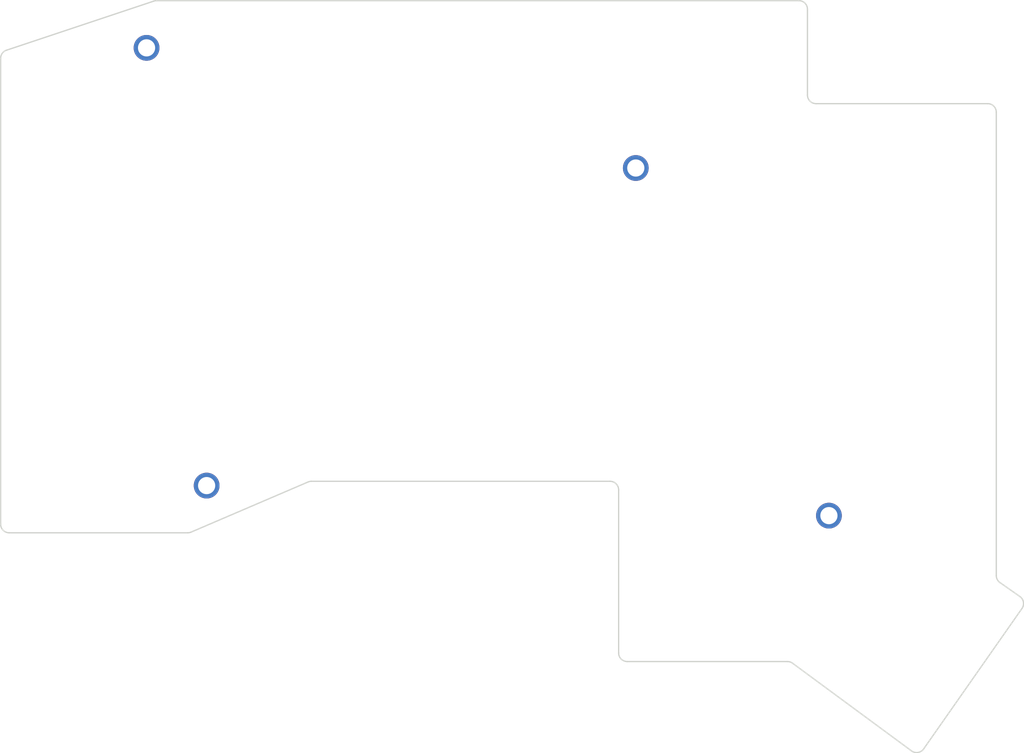
<source format=kicad_pcb>
(kicad_pcb (version 20241229) (generator "pcbnew") (generator_version "9.0")
  (title_block (title "dofeKeyboard_bottomPlate") (rev "v1.0.0") (company "Unknown"))
  (layers (0 "F.Cu" signal) (2 "B.Cu" signal) (13 "F.Paste" user) (15 "B.Paste" user) (5 "F.SilkS" user) (7 "B.SilkS" user) (1 "F.Mask" user) (3 "B.Mask" user) (25 "Edge.Cuts" user))
  (net 0 "")
  (footprint "ceoloide:mounting_hole_plated" (layer "F.Cu") (at 165.016441 141.449987)
    (property "Reference" "H2" (hide yes))
    (property "Value" "")
    (pad "" thru_hole circle (at 0 0) (size 3 3) (drill 2) (layers "*.Cu" "*.Mask"))
  )
  (footprint "ceoloide:mounting_hole_plated" (layer "F.Cu") (at 237.516441 144.949987)
    (property "Reference" "H3" (hide yes))
    (property "Value" "")
    (pad "" thru_hole circle (at 0 0) (size 3 3) (drill 2) (layers "*.Cu" "*.Mask"))
  )
  (footprint "ceoloide:mounting_hole_plated" (layer "F.Cu") (at 158.016441 90.449987)
    (property "Reference" "H1" (hide yes))
    (property "Value" "")
    (pad "" thru_hole circle (at 0 0) (size 3 3) (drill 2) (layers "*.Cu" "*.Mask"))
  )
  (footprint "ceoloide:mounting_hole_plated" (layer "F.Cu") (at 215.016441 104.449987)
    (property "Reference" "H4" (hide yes))
    (property "Value" "")
    (pad "" thru_hole circle (at 0 0) (size 3 3) (drill 2) (layers "*.Cu" "*.Mask"))
  )
  (gr_line (start 232.687706 161.949987) (end 214.016441 161.949987) (stroke (width 0.15)) (layer "Edge.Cuts"))
  (gr_line (start 141.016441 145.949987) (end 141.016441 91.670746) (stroke (width 0.15)) (layer "Edge.Cuts"))
  (gr_arc (start 214.016441 161.949987) (mid 213.309334 161.657094) (end 213.016441 160.949987) (stroke (width 0.15)) (layer "Edge.Cuts"))
  (gr_arc (start 236.016441 96.949987) (mid 235.309334 96.657094) (end 235.016441 95.949987) (stroke (width 0.15)) (layer "Edge.Cuts"))
  (gr_line (start 176.827779 141.030842) (end 163.205103 146.869132) (stroke (width 0.15)) (layer "Edge.Cuts"))
  (gr_line (start 256.016441 96.949987) (end 236.016441 96.949987) (stroke (width 0.15)) (layer "Edge.Cuts"))
  (gr_arc (start 248.553254 172.130053) (mid 247.89575 172.543325) (end 247.140755 172.361422) (stroke (width 0.15)) (layer "Edge.Cuts"))
  (gr_line (start 141.700213 90.722063) (end 158.862491 85.001304) (stroke (width 0.15)) (layer "Edge.Cuts"))
  (gr_arc (start 212.016441 140.949987) (mid 212.723548 141.24288) (end 213.016441 141.949987) (stroke (width 0.15)) (layer "Edge.Cuts"))
  (gr_line (start 213.016441 160.949987) (end 213.016441 141.949987) (stroke (width 0.15)) (layer "Edge.Cuts"))
  (gr_arc (start 142.016441 146.949987) (mid 141.309334 146.657094) (end 141.016441 145.949987) (stroke (width 0.15)) (layer "Edge.Cuts"))
  (gr_arc (start 232.687706 161.949986) (mid 233 162) (end 233.281055 162.145041) (stroke (width 0.15)) (layer "Edge.Cuts"))
  (gr_arc (start 259.765071 154.374474) (mid 260.176302 155.019978) (end 260.010646 155.767203) (stroke (width 0.15)) (layer "Edge.Cuts"))
  (gr_line (start 162.811183 146.949987) (end 142.016441 146.949987) (stroke (width 0.15)) (layer "Edge.Cuts"))
  (gr_arc (start 257.442865 152.748448) (mid 257.12943 152.391045) (end 257.016441 151.929296) (stroke (width 0.15)) (layer "Edge.Cuts"))
  (gr_line (start 260.010646 155.767203) (end 248.553255 172.130053) (stroke (width 0.15)) (layer "Edge.Cuts"))
  (gr_arc (start 163.205102 146.869132) (mid 163.012249 146.929565) (end 162.811183 146.949987) (stroke (width 0.15)) (layer "Edge.Cuts"))
  (gr_line (start 257.442865 152.748448) (end 259.76507 154.374474) (stroke (width 0.15)) (layer "Edge.Cuts"))
  (gr_arc (start 141.016441 91.670746) (mid 141.205199 91.086036) (end 141.700213 90.722063) (stroke (width 0.15)) (layer "Edge.Cuts"))
  (gr_line (start 159.178719 84.949987) (end 234.016441 84.949987) (stroke (width 0.15)) (layer "Edge.Cuts"))
  (gr_arc (start 158.862491 85.001304) (mid 159.018537 84.9629) (end 159.178719 84.949987) (stroke (width 0.15)) (layer "Edge.Cuts"))
  (gr_arc (start 234.016441 84.949987) (mid 234.723548 85.24288) (end 235.016441 85.949987) (stroke (width 0.15)) (layer "Edge.Cuts"))
  (gr_line (start 212.016441 140.949987) (end 177.221699 140.949987) (stroke (width 0.15)) (layer "Edge.Cuts"))
  (gr_line (start 247.140755 172.361422) (end 233.281055 162.145041) (stroke (width 0.15)) (layer "Edge.Cuts"))
  (gr_line (start 257.016441 151.929296) (end 257.016441 97.949987) (stroke (width 0.15)) (layer "Edge.Cuts"))
  (gr_arc (start 256.016441 96.949987) (mid 256.723548 97.24288) (end 257.016441 97.949987) (stroke (width 0.15)) (layer "Edge.Cuts"))
  (gr_arc (start 176.82778 141.030842) (mid 177.020633 140.970409) (end 177.221699 140.949987) (stroke (width 0.15)) (layer "Edge.Cuts"))
  (gr_line (start 235.016441 85.949987) (end 235.016441 95.949987) (stroke (width 0.15)) (layer "Edge.Cuts"))
)
</source>
